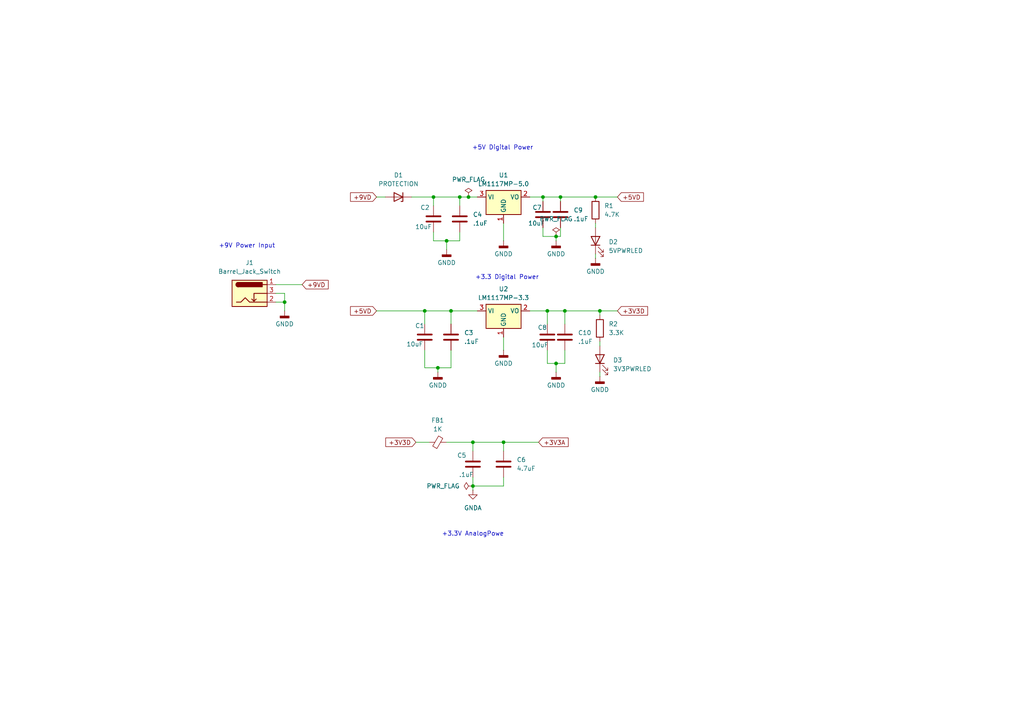
<source format=kicad_sch>
(kicad_sch (version 20250114) (generator "eeschema") (generator_version "9.0")
  (paper "A4")
  (lib_symbols
    (symbol "Connector:Barrel_Jack_Switch" (pin_names (hide yes))
      (property "Reference" "J" (at 0 5.334 0))
      (property "Value" "Barrel_Jack_Switch" (at 0 -5.08 0))
      (symbol "Barrel_Jack_Switch_0_1"
        (rectangle (start -5.08 3.81) (end 5.08 -3.81) (stroke (width 0.254)) (fill (type background)))
        (polyline (pts (xy -3.81 -2.54) (xy -2.54 -2.54) (xy -1.27 -1.27) (xy 0 -2.54) (xy 2.54 -2.54) (xy 5.08 -2.54)) (stroke (width 0.254)))
        (arc (start -3.302 1.905) (mid -3.9343 2.54) (end -3.302 3.175) (stroke (width 0.254)))
        (arc (start -3.302 1.905) (mid -3.9343 2.54) (end -3.302 3.175) (stroke (width 0.254)) (fill (type outline)))
        (polyline (pts (xy 1.27 -2.286) (xy 1.905 -1.651)) (stroke (width 0.254)))
        (rectangle (start 3.683 3.175) (end -3.302 1.905) (stroke (width 0.254)) (fill (type outline)))
        (polyline (pts (xy 5.08 2.54) (xy 3.81 2.54)) (stroke (width 0.254)))
        (polyline (pts (xy 5.08 0) (xy 1.27 0) (xy 1.27 -2.286) (xy 0.635 -1.651)) (stroke (width 0.254)))
      )
      (symbol "Barrel_Jack_Switch_1_1"
        (pin passive line (at 7.62 2.54 180) (length 2.54) (name "~") (number "1"))
        (pin passive line (at 7.62 0 180) (length 2.54) (name "~") (number "3"))
        (pin passive line (at 7.62 -2.54 180) (length 2.54) (name "~") (number "2"))
      )
    )
    (symbol "Device:C" (pin_numbers (hide yes)) (pin_names (offset 0.254))
      (property "Reference" "C" (at 0.635 2.54 0))
      (property "Value" "C" (at 0.635 -2.54 0))
      (symbol "C_0_1"
        (polyline (pts (xy -2.032 0.762) (xy 2.032 0.762)) (stroke (width 0.508)))
        (polyline (pts (xy -2.032 -0.762) (xy 2.032 -0.762)) (stroke (width 0.508)))
      )
      (symbol "C_1_1"
        (pin passive line (at 0 3.81 270) (length 2.794) (name "~") (number "1"))
        (pin passive line (at 0 -3.81 90) (length 2.794) (name "~") (number "2"))
      )
    )
    (symbol "Device:FerriteBead_Small" (pin_numbers (hide yes)) (pin_names (offset 0))
      (property "Reference" "FB" (at 1.905 1.27 0))
      (property "Value" "FerriteBead_Small" (at 1.905 -1.27 0))
      (symbol "FerriteBead_Small_0_1"
        (polyline (pts (xy -1.8288 0.2794) (xy -1.1176 1.4986) (xy 1.8288 -0.2032) (xy 1.1176 -1.4224) (xy -1.8288 0.2794)))
        (polyline (pts (xy 0 0.889) (xy 0 1.2954)))
        (polyline (pts (xy 0 -1.27) (xy 0 -0.7874)))
      )
      (symbol "FerriteBead_Small_1_1"
        (pin passive line (at 0 2.54 270) (length 1.27) (name "~") (number "1"))
        (pin passive line (at 0 -2.54 90) (length 1.27) (name "~") (number "2"))
      )
    )
    (symbol "Device:LED" (pin_numbers (hide yes)) (pin_names (offset 1.016) (hide yes))
      (property "Reference" "D" (at 0 2.54 0))
      (property "Value" "LED" (at 0 -2.54 0))
      (symbol "LED_0_1"
        (polyline (pts (xy -3.048 -0.762) (xy -4.572 -2.286) (xy -3.81 -2.286) (xy -4.572 -2.286) (xy -4.572 -1.524)))
        (polyline (pts (xy -1.778 -0.762) (xy -3.302 -2.286) (xy -2.54 -2.286) (xy -3.302 -2.286) (xy -3.302 -1.524)))
        (polyline (pts (xy -1.27 0) (xy 1.27 0)))
        (polyline (pts (xy -1.27 -1.27) (xy -1.27 1.27)) (stroke (width 0.254)))
        (polyline (pts (xy 1.27 -1.27) (xy 1.27 1.27) (xy -1.27 0) (xy 1.27 -1.27)) (stroke (width 0.254)))
      )
      (symbol "LED_1_1"
        (pin passive line (at -3.81 0 0) (length 2.54) (name "K") (number "1"))
        (pin passive line (at 3.81 0 180) (length 2.54) (name "A") (number "2"))
      )
    )
    (symbol "Device:R" (pin_numbers (hide yes)) (pin_names (offset 0))
      (property "Reference" "R" (at 2.032 0 90))
      (property "Value" "R" (at 0 0 90))
      (symbol "R_0_1"
        (rectangle (start -1.016 -2.54) (end 1.016 2.54) (stroke (width 0.254)))
      )
      (symbol "R_1_1"
        (pin passive line (at 0 3.81 270) (length 1.27) (name "~") (number "1"))
        (pin passive line (at 0 -3.81 90) (length 1.27) (name "~") (number "2"))
      )
    )
    (symbol "Diode:1N47xxA" (pin_numbers (hide yes)) (pin_names (hide yes))
      (property "Reference" "D" (at 0 2.54 0))
      (property "Value" "1N47xxA" (at 0 -2.54 0))
      (symbol "1N47xxA_0_1"
        (polyline (pts (xy -1.27 -1.27) (xy -1.27 1.27) (xy -0.762 1.27)) (stroke (width 0.254)))
        (polyline (pts (xy 1.27 0) (xy -1.27 0)))
        (polyline (pts (xy 1.27 -1.27) (xy 1.27 1.27) (xy -1.27 0) (xy 1.27 -1.27)) (stroke (width 0.254)))
      )
      (symbol "1N47xxA_1_1"
        (pin passive line (at -3.81 0 0) (length 2.54) (name "K") (number "1"))
        (pin passive line (at 3.81 0 180) (length 2.54) (name "A") (number "2"))
      )
    )
    (symbol "Regulator_Linear:LM1117MP-3.3"
      (property "Reference" "U" (at -3.81 3.175 0))
      (property "Value" "LM1117MP-3.3" (at 0 3.175 0))
      (symbol "LM1117MP-3.3_0_1"
        (rectangle (start -5.08 -5.08) (end 5.08 1.905) (stroke (width 0.254)) (fill (type background)))
      )
      (symbol "LM1117MP-3.3_1_1"
        (pin power_in line (at -7.62 0 0) (length 2.54) (name "VI") (number "3"))
        (pin power_in line (at 0 -7.62 90) (length 2.54) (name "GND") (number "1"))
        (pin power_out line (at 7.62 0 180) (length 2.54) (name "VO") (number "2"))
      )
    )
    (symbol "Regulator_Linear:LM1117MP-5.0"
      (property "Reference" "U" (at -3.81 3.175 0))
      (property "Value" "LM1117MP-5.0" (at 0 3.175 0))
      (symbol "LM1117MP-5.0_0_1"
        (rectangle (start -5.08 -5.08) (end 5.08 1.905) (stroke (width 0.254)) (fill (type background)))
      )
      (symbol "LM1117MP-5.0_1_1"
        (pin power_in line (at -7.62 0 0) (length 2.54) (name "VI") (number "3"))
        (pin power_in line (at 0 -7.62 90) (length 2.54) (name "GND") (number "1"))
        (pin power_out line (at 7.62 0 180) (length 2.54) (name "VO") (number "2"))
      )
    )
    (symbol "power:GNDA" (power) (pin_numbers (hide yes)) (pin_names (offset 0) (hide yes))
      (property "Value" "GNDA" (at 0 -3.81 0))
      (symbol "GNDA_0_1"
        (polyline (pts (xy 0 0) (xy 0 -1.27) (xy 1.27 -1.27) (xy 0 -2.54) (xy -1.27 -1.27) (xy 0 -1.27)))
      )
      (symbol "GNDA_1_1"
        (pin power_in line (at 0 0 270) (length 0) (name "~") (number "1"))
      )
    )
    (symbol "power:GNDD" (power) (pin_numbers (hide yes)) (pin_names (offset 0) (hide yes))
      (property "Value" "GNDD" (at 0 -3.175 0))
      (symbol "GNDD_0_1"
        (rectangle (start -1.27 -1.524) (end 1.27 -2.032) (stroke (width 0.254)) (fill (type outline)))
        (polyline (pts (xy 0 0) (xy 0 -1.524)))
      )
      (symbol "GNDD_1_1"
        (pin power_in line (at 0 0 270) (length 0) (name "~") (number "1"))
      )
    )
    (symbol "power:PWR_FLAG" (power) (pin_numbers (hide yes)) (pin_names (offset 0) (hide yes))
      (property "Value" "PWR_FLAG" (at 0 3.81 0))
      (symbol "PWR_FLAG_0_0"
        (pin power_out line (at 0 0 90) (length 0) (name "~") (number "1"))
      )
      (symbol "PWR_FLAG_0_1"
        (polyline (pts (xy 0 0) (xy 0 1.27) (xy -1.016 1.905) (xy 0 2.54) (xy 1.016 1.905) (xy 0 1.27)))
      )
    )
  )
  (text "+5V Digital Power" (at 145.796 42.926 0) (effects (font (size 1.27 1.27))))
  (text "+3.3V AnalogPowe" (at 137.16 154.94 0) (effects (font (size 1.27 1.27))))
  (text "+9V Power Input" (at 71.628 71.374 0) (effects (font (size 1.27 1.27))))
  (text "+3.3 Digital Power" (at 147.066 80.518 0) (effects (font (size 1.27 1.27))))
  (junction (at 161.29 105.41))
  (junction (at 157.48 57.15))
  (junction (at 123.19 90.17))
  (junction (at 137.16 140.97))
  (junction (at 163.83 90.17))
  (junction (at 82.55 87.63))
  (junction (at 137.16 128.27))
  (junction (at 173.99 90.17))
  (junction (at 129.54 69.85))
  (junction (at 158.75 90.17))
  (junction (at 162.56 57.15))
  (junction (at 161.29 68.58))
  (junction (at 127 106.68))
  (junction (at 133.35 57.15))
  (junction (at 146.05 128.27))
  (junction (at 135.89 57.15))
  (junction (at 125.73 57.15))
  (junction (at 172.72 57.15))
  (junction (at 130.81 90.17))
  (wire (pts (xy 146.05 128.27) (xy 156.21 128.27)))
  (wire (pts (xy 135.89 57.15) (xy 138.43 57.15)))
  (wire (pts (xy 133.35 57.15) (xy 135.89 57.15)))
  (wire (pts (xy 172.72 66.04) (xy 172.72 64.77)))
  (wire (pts (xy 158.75 101.6) (xy 158.75 105.41)))
  (wire (pts (xy 129.54 69.85) (xy 133.35 69.85)))
  (wire (pts (xy 173.99 100.33) (xy 173.99 99.06)))
  (wire (pts (xy 157.48 68.58) (xy 161.29 68.58)))
  (wire (pts (xy 130.81 106.68) (xy 127 106.68)))
  (wire (pts (xy 123.19 101.6) (xy 123.19 106.68)))
  (wire (pts (xy 133.35 59.69) (xy 133.35 57.15)))
  (wire (pts (xy 158.75 90.17) (xy 158.75 93.98)))
  (wire (pts (xy 158.75 105.41) (xy 161.29 105.41)))
  (wire (pts (xy 158.75 90.17) (xy 163.83 90.17)))
  (wire (pts (xy 130.81 90.17) (xy 130.81 93.98)))
  (wire (pts (xy 125.73 69.85) (xy 129.54 69.85)))
  (wire (pts (xy 157.48 57.15) (xy 162.56 57.15)))
  (wire (pts (xy 133.35 67.31) (xy 133.35 69.85)))
  (wire (pts (xy 173.99 107.95) (xy 173.99 109.22)))
  (wire (pts (xy 162.56 66.04) (xy 162.56 68.58)))
  (wire (pts (xy 80.01 82.55) (xy 87.63 82.55)))
  (wire (pts (xy 172.72 57.15) (xy 179.07 57.15)))
  (wire (pts (xy 137.16 138.43) (xy 137.16 140.97)))
  (wire (pts (xy 130.81 101.6) (xy 130.81 106.68)))
  (wire (pts (xy 163.83 90.17) (xy 163.83 93.98)))
  (wire (pts (xy 162.56 57.15) (xy 172.72 57.15)))
  (wire (pts (xy 161.29 68.58) (xy 162.56 68.58)))
  (wire (pts (xy 153.67 57.15) (xy 157.48 57.15)))
  (wire (pts (xy 153.67 90.17) (xy 158.75 90.17)))
  (wire (pts (xy 146.05 130.81) (xy 146.05 128.27)))
  (wire (pts (xy 119.38 57.15) (xy 125.73 57.15)))
  (wire (pts (xy 127 106.68) (xy 127 107.95)))
  (wire (pts (xy 162.56 57.15) (xy 162.56 58.42)))
  (wire (pts (xy 163.83 90.17) (xy 173.99 90.17)))
  (wire (pts (xy 109.22 57.15) (xy 111.76 57.15)))
  (wire (pts (xy 80.01 87.63) (xy 82.55 87.63)))
  (wire (pts (xy 172.72 73.66) (xy 172.72 74.93)))
  (wire (pts (xy 129.54 128.27) (xy 137.16 128.27)))
  (wire (pts (xy 125.73 57.15) (xy 125.73 59.69)))
  (wire (pts (xy 137.16 128.27) (xy 146.05 128.27)))
  (wire (pts (xy 82.55 85.09) (xy 82.55 87.63)))
  (wire (pts (xy 125.73 67.31) (xy 125.73 69.85)))
  (wire (pts (xy 120.65 128.27) (xy 124.46 128.27)))
  (wire (pts (xy 109.22 90.17) (xy 123.19 90.17)))
  (wire (pts (xy 161.29 105.41) (xy 163.83 105.41)))
  (wire (pts (xy 173.99 90.17) (xy 179.07 90.17)))
  (wire (pts (xy 123.19 90.17) (xy 130.81 90.17)))
  (wire (pts (xy 125.73 57.15) (xy 133.35 57.15)))
  (wire (pts (xy 137.16 140.97) (xy 146.05 140.97)))
  (wire (pts (xy 146.05 64.77) (xy 146.05 69.85)))
  (wire (pts (xy 161.29 107.95) (xy 161.29 105.41)))
  (wire (pts (xy 157.48 66.04) (xy 157.48 68.58)))
  (wire (pts (xy 123.19 106.68) (xy 127 106.68)))
  (wire (pts (xy 123.19 90.17) (xy 123.19 93.98)))
  (wire (pts (xy 146.05 138.43) (xy 146.05 140.97)))
  (wire (pts (xy 129.54 72.39) (xy 129.54 69.85)))
  (wire (pts (xy 137.16 140.97) (xy 137.16 142.24)))
  (wire (pts (xy 146.05 97.79) (xy 146.05 101.6)))
  (wire (pts (xy 157.48 57.15) (xy 157.48 58.42)))
  (wire (pts (xy 163.83 101.6) (xy 163.83 105.41)))
  (wire (pts (xy 173.99 90.17) (xy 173.99 91.44)))
  (wire (pts (xy 130.81 90.17) (xy 138.43 90.17)))
  (wire (pts (xy 80.01 85.09) (xy 82.55 85.09)))
  (wire (pts (xy 137.16 128.27) (xy 137.16 130.81)))
  (wire (pts (xy 82.55 87.63) (xy 82.55 90.17)))
  (wire (pts (xy 161.29 69.85) (xy 161.29 68.58)))
  (global_label "+5VD" (shape input) (at 109.22 90.17 180) (property "Intersheetrefs" "${INTERSHEET_REFS}" (effects (hide yes))))
  (global_label "+5VD" (shape input) (at 179.07 57.15 0) (property "Intersheetrefs" "${INTERSHEET_REFS}" (effects (hide yes))))
  (global_label "+9VD" (shape input) (at 109.22 57.15 180) (property "Intersheetrefs" "${INTERSHEET_REFS}" (effects (hide yes))))
  (global_label "+3V3D" (shape input) (at 120.65 128.27 180) (property "Intersheetrefs" "${INTERSHEET_REFS}" (effects (hide yes))))
  (global_label "+3V3A" (shape input) (at 156.21 128.27 0) (property "Intersheetrefs" "${INTERSHEET_REFS}" (effects (hide yes))))
  (global_label "+9VD" (shape input) (at 87.63 82.55 0) (property "Intersheetrefs" "${INTERSHEET_REFS}" (effects (hide yes))))
  (global_label "+3V3D" (shape input) (at 179.07 90.17 0) (property "Intersheetrefs" "${INTERSHEET_REFS}" (effects (hide yes))))
  (symbol (lib_id "Diode:1N47xxA") (at 115.57 57.15 180) (unit 1)
    (property "Reference" "D1" (at 115.57 50.8 0))
    (property "Value" "PROTECTION" (at 115.57 53.34 0))
    (property "Footprint" "Diode_SMD:D_0603_1608Metric" (effects (hide yes)))
    (property "Datasheet" "https://www.vishay.com/docs/85816/1n4728a.pdf" (effects (hide yes)))
    (property "Description" "1300mW Silicon planar power Zener diodes, DO-41" (effects (hide yes)))
  )
  (symbol (lib_id "power:GNDD") (at 172.72 74.93 0) (unit 1)
    (property "Reference" "#PWR09" (effects (hide yes)))
    (property "Value" "GNDD" (at 172.72 78.74 0))
    (property "Description" "Power symbol creates a global label with name \"GNDD\" , digital ground" (effects (hide yes)))
  )
  (symbol (lib_id "power:GNDD") (at 146.05 101.6 0) (unit 1)
    (property "Reference" "#PWR06" (effects (hide yes)))
    (property "Value" "GNDD" (at 146.05 105.41 0))
    (property "Description" "Power symbol creates a global label with name \"GNDD\" , digital ground" (effects (hide yes)))
  )
  (symbol (lib_id "power:GNDD") (at 161.29 69.85 0) (unit 1)
    (property "Reference" "#PWR07" (effects (hide yes)))
    (property "Value" "GNDD" (at 161.29 73.66 0))
    (property "Description" "Power symbol creates a global label with name \"GNDD\" , digital ground" (effects (hide yes)))
  )
  (symbol (lib_id "power:GNDD") (at 129.54 72.39 0) (unit 1)
    (property "Reference" "#PWR03" (effects (hide yes)))
    (property "Value" "GNDD" (at 129.54 76.2 0))
    (property "Description" "Power symbol creates a global label with name \"GNDD\" , digital ground" (effects (hide yes)))
  )
  (symbol (lib_id "Device:LED") (at 172.72 69.85 90) (unit 1)
    (property "Reference" "D2" (at 176.53 70.1674 90) (effects (justify right)))
    (property "Value" "5VPWRLED" (at 176.53 72.7074 90) (effects (justify right)))
    (property "Footprint" "LED_SMD:LED_0603_1608Metric" (effects (hide yes)))
    (property "Description" "Light emitting diode" (effects (hide yes)))
    (property "Sim.Pins" "1=K 2=A" (effects (hide yes)))
  )
  (symbol (lib_id "Device:C") (at 157.48 62.23 0) (unit 1)
    (property "Reference" "C7" (at 154.432 60.198 0) (effects (justify left)))
    (property "Value" "10uF" (at 153.162 64.77 0) (effects (justify left)))
    (property "Footprint" "Capacitor_SMD:C_0603_1608Metric" (effects (hide yes)))
    (property "Description" "Unpolarized capacitor" (effects (hide yes)))
  )
  (symbol (lib_id "Device:LED") (at 173.99 104.14 90) (unit 1)
    (property "Reference" "D3" (at 177.8 104.4574 90) (effects (justify right)))
    (property "Value" "3V3PWRLED" (at 177.8 106.9974 90) (effects (justify right)))
    (property "Footprint" "LED_SMD:LED_0603_1608Metric" (effects (hide yes)))
    (property "Description" "Light emitting diode" (effects (hide yes)))
    (property "Sim.Pins" "1=K 2=A" (effects (hide yes)))
  )
  (symbol (lib_id "power:GNDA") (at 137.16 142.24 0) (unit 1)
    (property "Reference" "#PWR04" (effects (hide yes)))
    (property "Value" "GNDA" (at 137.16 147.32 0))
    (property "Description" "Power symbol creates a global label with name \"GNDA\" , analog ground" (effects (hide yes)))
  )
  (symbol (lib_id "power:GNDD") (at 82.55 90.17 0) (unit 1)
    (property "Reference" "#PWR01" (effects (hide yes)))
    (property "Value" "GNDD" (at 82.55 93.98 0))
    (property "Description" "Power symbol creates a global label with name \"GNDD\" , digital ground" (effects (hide yes)))
  )
  (symbol (lib_id "power:PWR_FLAG") (at 135.89 57.15 0) (unit 1)
    (property "Reference" "#FLG01" (effects (hide yes)))
    (property "Value" "PWR_FLAG" (at 135.89 52.07 0))
    (property "Description" "Special symbol for telling ERC where power comes from" (effects (hide yes)))
  )
  (symbol (lib_id "Connector:Barrel_Jack_Switch") (at 72.39 85.09 0) (unit 1)
    (property "Reference" "J1" (at 72.39 76.2 0))
    (property "Value" "Barrel_Jack_Switch" (at 72.39 78.74 0))
    (property "Footprint" "Connector_BarrelJack:BarrelJack_CUI_PJ-079BH_Horizontal" (effects (hide yes)))
    (property "Description" "DC Barrel Jack with an internal switch" (effects (hide yes)))
  )
  (symbol (lib_id "Regulator_Linear:LM1117MP-5.0") (at 146.05 57.15 0) (unit 1)
    (property "Reference" "U1" (at 146.05 50.8 0))
    (property "Value" "LM1117MP-5.0" (at 146.05 53.34 0))
    (property "Footprint" "Package_TO_SOT_SMD:SOT-223-3_TabPin2" (effects (hide yes)))
    (property "Datasheet" "http://www.ti.com/lit/ds/symlink/lm1117.pdf" (effects (hide yes)))
    (property "Description" "800mA Low-Dropout Linear Regulator, 5.0V fixed output, SOT-223" (effects (hide yes)))
  )
  (symbol (lib_id "Device:C") (at 123.19 97.79 0) (unit 1)
    (property "Reference" "C1" (at 120.396 94.488 0) (effects (justify left)))
    (property "Value" "10uF" (at 117.856 99.822 0) (effects (justify left)))
    (property "Footprint" "Capacitor_SMD:C_0603_1608Metric" (effects (hide yes)))
    (property "Description" "Unpolarized capacitor" (effects (hide yes)))
  )
  (symbol (lib_id "power:GNDD") (at 161.29 107.95 0) (unit 1)
    (property "Reference" "#PWR08" (effects (hide yes)))
    (property "Value" "GNDD" (at 161.29 111.76 0))
    (property "Description" "Power symbol creates a global label with name \"GNDD\" , digital ground" (effects (hide yes)))
  )
  (symbol (lib_id "power:GNDD") (at 173.99 109.22 0) (unit 1)
    (property "Reference" "#PWR010" (effects (hide yes)))
    (property "Value" "GNDD" (at 173.99 113.03 0))
    (property "Description" "Power symbol creates a global label with name \"GNDD\" , digital ground" (effects (hide yes)))
  )
  (symbol (lib_id "Device:FerriteBead_Small") (at 127 128.27 90) (unit 1)
    (property "Reference" "FB1" (at 126.9619 121.92 90))
    (property "Value" "1K" (at 126.9619 124.46 90))
    (property "Footprint" "Inductor_SMD:L_0603_1608Metric" (effects (hide yes)))
    (property "Description" "Ferrite bead, small symbol" (effects (hide yes)))
  )
  (symbol (lib_id "Device:C") (at 125.73 63.5 0) (unit 1)
    (property "Reference" "C2" (at 121.92 60.198 0) (effects (justify left)))
    (property "Value" "10uF" (at 120.396 65.786 0) (effects (justify left)))
    (property "Footprint" "Capacitor_SMD:C_0603_1608Metric" (effects (hide yes)))
    (property "Description" "Unpolarized capacitor" (effects (hide yes)))
  )
  (symbol (lib_id "Device:C") (at 137.16 134.62 0) (unit 1)
    (property "Reference" "C5" (at 132.588 132.08 0) (effects (justify left)))
    (property "Value" ".1uF" (at 133.096 137.668 0) (effects (justify left)))
    (property "Footprint" "Capacitor_SMD:C_0603_1608Metric" (effects (hide yes)))
    (property "Description" "Unpolarized capacitor" (effects (hide yes)))
  )
  (symbol (lib_id "Device:C") (at 163.83 97.79 0) (unit 1)
    (property "Reference" "C10" (at 167.64 96.5199 0) (effects (justify left)))
    (property "Value" ".1uF" (at 167.64 99.0599 0) (effects (justify left)))
    (property "Footprint" "Capacitor_SMD:C_0603_1608Metric" (effects (hide yes)))
    (property "Description" "Unpolarized capacitor" (effects (hide yes)))
  )
  (symbol (lib_id "power:PWR_FLAG") (at 161.29 68.58 0) (unit 1)
    (property "Reference" "#FLG03" (effects (hide yes)))
    (property "Value" "PWR_FLAG" (at 161.29 63.5 0))
    (property "Description" "Special symbol for telling ERC where power comes from" (effects (hide yes)))
  )
  (symbol (lib_id "power:PWR_FLAG") (at 137.16 140.97 90) (unit 1)
    (property "Reference" "#FLG02" (effects (hide yes)))
    (property "Value" "PWR_FLAG" (at 133.35 140.9699 90) (effects (justify left)))
    (property "Description" "Special symbol for telling ERC where power comes from" (effects (hide yes)))
  )
  (symbol (lib_id "Device:C") (at 146.05 134.62 0) (unit 1)
    (property "Reference" "C6" (at 149.86 133.3499 0) (effects (justify left)))
    (property "Value" "4.7uF" (at 149.86 135.8899 0) (effects (justify left)))
    (property "Footprint" "Capacitor_SMD:C_0603_1608Metric" (effects (hide yes)))
    (property "Description" "Unpolarized capacitor" (effects (hide yes)))
  )
  (symbol (lib_id "Device:C") (at 162.56 62.23 0) (unit 1)
    (property "Reference" "C9" (at 166.37 60.9599 0) (effects (justify left)))
    (property "Value" ".1uF" (at 166.37 63.4999 0) (effects (justify left)))
    (property "Footprint" "Capacitor_SMD:C_0603_1608Metric" (effects (hide yes)))
    (property "Description" "Unpolarized capacitor" (effects (hide yes)))
  )
  (symbol (lib_id "power:GNDD") (at 127 107.95 0) (unit 1)
    (property "Reference" "#PWR02" (effects (hide yes)))
    (property "Value" "GNDD" (at 127 111.76 0))
    (property "Description" "Power symbol creates a global label with name \"GNDD\" , digital ground" (effects (hide yes)))
  )
  (symbol (lib_id "Device:R") (at 172.72 60.96 0) (unit 1)
    (property "Reference" "R1" (at 175.26 59.6899 0) (effects (justify left)))
    (property "Value" "4.7K" (at 175.26 62.2299 0) (effects (justify left)))
    (property "Footprint" "Resistor_SMD:R_0603_1608Metric" (effects (hide yes)))
    (property "Description" "Resistor" (effects (hide yes)))
  )
  (symbol (lib_id "Device:C") (at 158.75 97.79 0) (unit 1)
    (property "Reference" "C8" (at 155.956 94.996 0) (effects (justify left)))
    (property "Value" "10uF" (at 154.178 100.076 0) (effects (justify left)))
    (property "Footprint" "Capacitor_SMD:C_0603_1608Metric" (effects (hide yes)))
    (property "Description" "Unpolarized capacitor" (effects (hide yes)))
  )
  (symbol (lib_id "Regulator_Linear:LM1117MP-3.3") (at 146.05 90.17 0) (unit 1)
    (property "Reference" "U2" (at 146.05 83.82 0))
    (property "Value" "LM1117MP-3.3" (at 146.05 86.36 0))
    (property "Footprint" "Package_TO_SOT_SMD:SOT-223-3_TabPin2" (effects (hide yes)))
    (property "Datasheet" "http://www.ti.com/lit/ds/symlink/lm1117.pdf" (effects (hide yes)))
    (property "Description" "800mA Low-Dropout Linear Regulator, 3.3V fixed output, SOT-223" (effects (hide yes)))
  )
  (symbol (lib_id "power:GNDD") (at 146.05 69.85 0) (unit 1)
    (property "Reference" "#PWR05" (effects (hide yes)))
    (property "Value" "GNDD" (at 146.05 73.66 0))
    (property "Description" "Power symbol creates a global label with name \"GNDD\" , digital ground" (effects (hide yes)))
  )
  (symbol (lib_id "Device:R") (at 173.99 95.25 0) (unit 1)
    (property "Reference" "R2" (at 176.53 93.9799 0) (effects (justify left)))
    (property "Value" "3.3K" (at 176.53 96.5199 0) (effects (justify left)))
    (property "Footprint" "Resistor_SMD:R_0603_1608Metric" (effects (hide yes)))
    (property "Description" "Resistor" (effects (hide yes)))
  )
  (symbol (lib_id "Device:C") (at 130.81 97.79 0) (unit 1)
    (property "Reference" "C3" (at 134.62 96.5199 0) (effects (justify left)))
    (property "Value" ".1uF" (at 134.62 99.0599 0) (effects (justify left)))
    (property "Footprint" "Capacitor_SMD:C_0603_1608Metric" (effects (hide yes)))
    (property "Description" "Unpolarized capacitor" (effects (hide yes)))
  )
  (symbol (lib_id "Device:C") (at 133.35 63.5 0) (unit 1)
    (property "Reference" "C4" (at 137.16 62.2299 0) (effects (justify left)))
    (property "Value" ".1uF" (at 137.16 64.7699 0) (effects (justify left)))
    (property "Footprint" "Capacitor_SMD:C_0603_1608Metric" (effects (hide yes)))
    (property "Description" "Unpolarized capacitor" (effects (hide yes)))
  )
)
</source>
